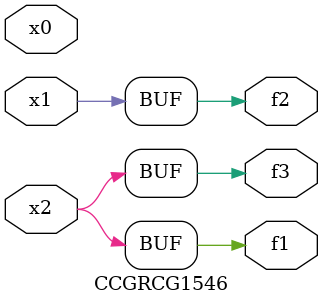
<source format=v>
module CCGRCG1546(
	input x0, x1, x2,
	output f1, f2, f3
);
	assign f1 = x2;
	assign f2 = x1;
	assign f3 = x2;
endmodule

</source>
